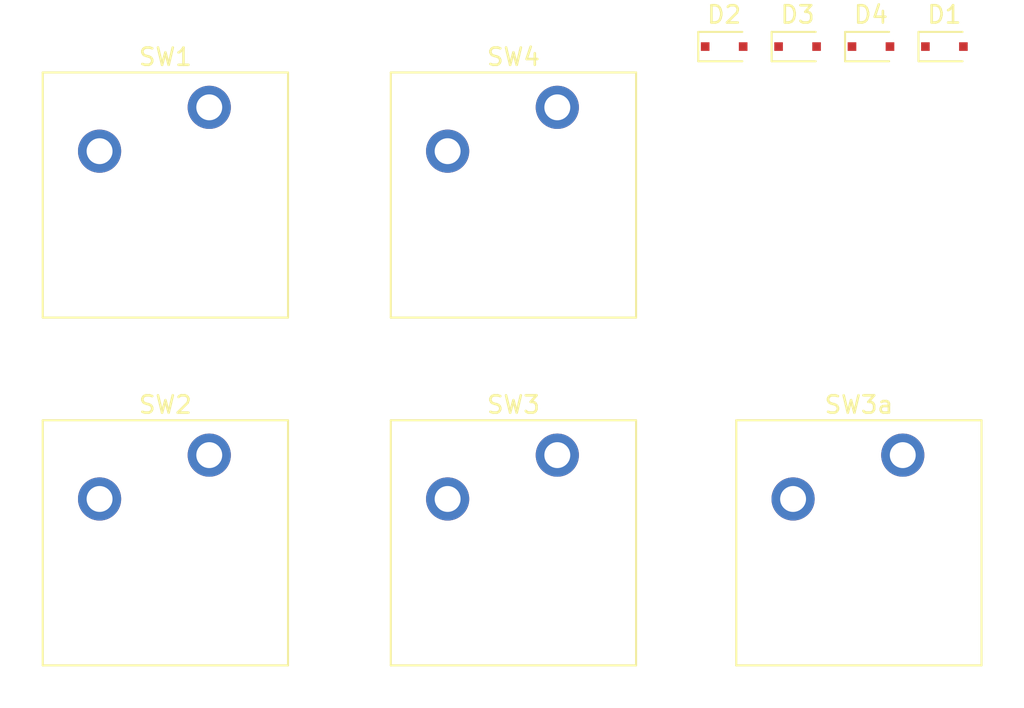
<source format=kicad_pcb>
(kicad_pcb (version 20211014) (generator pcbnew)
  (layers (0 "F.Cu" signal) (31 "B.Cu" signal) (34 "B.Paste" user) (35 "F.Paste" user) (36 "B.SilkS" user "B.Silkscreen") (37 "F.SilkS" user "F.Silkscreen") (38 "B.Mask" user) (39 "F.Mask" user) (44 "Edge.Cuts" user))
  (net 0 "")
  (net 1 "ROW0")
  (net 2 "N$1")
  (net 3 "N$2")
  (net 4 "ROW1")
  (net 5 "N$3")
  (net 6 "N$4")
  (net 7 "COL0")
  (net 8 "COL1")
  (footprint "Diode_SMD:D_SOD-323F" (layer "F.Cu") (at 45.1 -28.75)
    (fp_text reference "D1" (at 0 -1.85) (layer "F.SilkS"))
    (fp_text value "D")
    (fp_line (start -1.5 -0.85) (end -1.5 0.85) (layer "F.SilkS") (width 0.12))
    (fp_line (start -1.5 -0.85) (end 1.05 -0.85) (layer "F.SilkS") (width 0.12))
    (fp_line (start -1.5 0.85) (end 1.05 0.85) (layer "F.SilkS") (width 0.12))
    (pad "1" smd rect locked (at -1.1 0) (size 0.5 0.5) (layers "F.Cu" "F.Paste" "F.Mask") (net 1 "ROW0"))
    (pad "2" smd rect locked (at 1.1 0) (size 0.5 0.5) (layers "F.Cu" "F.Paste" "F.Mask") (net 2 "N$1"))
  )
  (footprint "Diode_SMD:D_SOD-323F" (layer "F.Cu") (at 32.35 -28.75)
    (fp_text reference "D2" (at 0 -1.85) (layer "F.SilkS"))
    (fp_text value "D")
    (fp_line (start -1.5 -0.85) (end 1.05 -0.85) (layer "F.SilkS") (width 0.12))
    (fp_line (start -1.5 0.85) (end 1.05 0.85) (layer "F.SilkS") (width 0.12))
    (fp_line (start -1.5 -0.85) (end -1.5 0.85) (layer "F.SilkS") (width 0.12))
    (pad "1" smd rect locked (at -1.1 0) (size 0.5 0.5) (layers "F.Cu" "F.Paste" "F.Mask") (net 1 "ROW0"))
    (pad "2" smd rect locked (at 1.1 0) (size 0.5 0.5) (layers "F.Cu" "F.Paste" "F.Mask") (net 3 "N$2"))
  )
  (footprint "Diode_SMD:D_SOD-323F" (layer "F.Cu") (at 36.6 -28.75)
    (fp_text reference "D3" (at 0 -1.85) (layer "F.SilkS"))
    (fp_text value "D")
    (fp_line (start -1.5 -0.85) (end 1.05 -0.85) (layer "F.SilkS") (width 0.12))
    (fp_line (start -1.5 -0.85) (end -1.5 0.85) (layer "F.SilkS") (width 0.12))
    (fp_line (start -1.5 0.85) (end 1.05 0.85) (layer "F.SilkS") (width 0.12))
    (pad "1" smd rect locked (at -1.1 0) (size 0.5 0.5) (layers "F.Cu" "F.Paste" "F.Mask") (net 4 "ROW1"))
    (pad "2" smd rect locked (at 1.1 0) (size 0.5 0.5) (layers "F.Cu" "F.Paste" "F.Mask") (net 5 "N$3"))
  )
  (footprint "Diode_SMD:D_SOD-323F" (layer "F.Cu") (at 40.85 -28.75)
    (fp_text reference "D4" (at 0 -1.85) (layer "F.SilkS"))
    (fp_text value "D")
    (fp_line (start -1.5 0.85) (end 1.05 0.85) (layer "F.SilkS") (width 0.12))
    (fp_line (start -1.5 -0.85) (end 1.05 -0.85) (layer "F.SilkS") (width 0.12))
    (fp_line (start -1.5 -0.85) (end -1.5 0.85) (layer "F.SilkS") (width 0.12))
    (pad "1" smd rect locked (at -1.1 0) (size 0.5 0.5) (layers "F.Cu" "F.Paste" "F.Mask") (net 4 "ROW1"))
    (pad "2" smd rect locked (at 1.1 0) (size 0.5 0.5) (layers "F.Cu" "F.Paste" "F.Mask") (net 6 "N$4"))
  )
  (footprint "examples:SW_Cherry_MX_PCB_1.00u" (layer "F.Cu") (at 0 -20.15)
    (fp_text reference "SW1" (at 0 -8) (layer "F.SilkS"))
    (fp_text value "SW_Push")
    (fp_line (start -7.1 -7.1) (end -7.1 7.1) (layer "F.SilkS") (width 0.12))
    (fp_line (start 7.1 7.1) (end 7.1 -7.1) (layer "F.SilkS") (width 0.12))
    (fp_line (start 7.1 -7.1) (end -7.1 -7.1) (layer "F.SilkS") (width 0.12))
    (fp_line (start -7.1 7.1) (end 7.1 7.1) (layer "F.SilkS") (width 0.12))
    (pad "" np_thru_hole circle locked (at 0 0) (size 4 4) (drill 4) (layers *.Cu *.Mask))
    (pad "" np_thru_hole circle locked (at -5.08 0) (size 1.75 1.75) (drill 1.75) (layers *.Cu *.Mask))
    (pad "" np_thru_hole circle locked (at 5.08 0) (size 1.75 1.75) (drill 1.75) (layers *.Cu *.Mask))
    (pad "1" thru_hole circle locked (at -3.81 -2.54) (size 2.5 2.5) (drill 1.5) (layers *.Cu "B.Mask") (net 7 "COL0"))
    (pad "2" thru_hole circle locked (at 2.54 -5.08) (size 2.5 2.5) (drill 1.5) (layers *.Cu "B.Mask") (net 2 "N$1"))
  )
  (footprint "examples:SW_Cherry_MX_PCB_1.00u" (layer "F.Cu") (at 0 0)
    (fp_text reference "SW2" (at 0 -8) (layer "F.SilkS"))
    (fp_text value "SW_Push")
    (fp_line (start -7.1 -7.1) (end -7.1 7.1) (layer "F.SilkS") (width 0.12))
    (fp_line (start 7.1 -7.1) (end -7.1 -7.1) (layer "F.SilkS") (width 0.12))
    (fp_line (start -7.1 7.1) (end 7.1 7.1) (layer "F.SilkS") (width 0.12))
    (fp_line (start 7.1 7.1) (end 7.1 -7.1) (layer "F.SilkS") (width 0.12))
    (pad "" np_thru_hole circle locked (at -5.08 0) (size 1.75 1.75) (drill 1.75) (layers *.Cu *.Mask))
    (pad "" np_thru_hole circle locked (at 5.08 0) (size 1.75 1.75) (drill 1.75) (layers *.Cu *.Mask))
    (pad "" np_thru_hole circle locked (at 0 0) (size 4 4) (drill 4) (layers *.Cu *.Mask))
    (pad "1" thru_hole circle locked (at -3.81 -2.54) (size 2.5 2.5) (drill 1.5) (layers *.Cu "B.Mask") (net 8 "COL1"))
    (pad "2" thru_hole circle locked (at 2.54 -5.08) (size 2.5 2.5) (drill 1.5) (layers *.Cu "B.Mask") (net 3 "N$2"))
  )
  (footprint "examples:SW_Cherry_MX_PCB_1.00u" (layer "F.Cu") (at 20.15 0)
    (fp_text reference "SW3" (at 0 -8) (layer "F.SilkS"))
    (fp_text value "SW_Push")
    (fp_line (start 7.1 7.1) (end 7.1 -7.1) (layer "F.SilkS") (width 0.12))
    (fp_line (start -7.1 -7.1) (end -7.1 7.1) (layer "F.SilkS") (width 0.12))
    (fp_line (start 7.1 -7.1) (end -7.1 -7.1) (layer "F.SilkS") (width 0.12))
    (fp_line (start -7.1 7.1) (end 7.1 7.1) (layer "F.SilkS") (width 0.12))
    (pad "" np_thru_hole circle locked (at 0 0) (size 4 4) (drill 4) (layers *.Cu *.Mask))
    (pad "" np_thru_hole circle locked (at -5.08 0) (size 1.75 1.75) (drill 1.75) (layers *.Cu *.Mask))
    (pad "" np_thru_hole circle locked (at 5.08 0) (size 1.75 1.75) (drill 1.75) (layers *.Cu *.Mask))
    (pad "1" thru_hole circle locked (at -3.81 -2.54) (size 2.5 2.5) (drill 1.5) (layers *.Cu "B.Mask") (net 7 "COL0"))
    (pad "2" thru_hole circle locked (at 2.54 -5.08) (size 2.5 2.5) (drill 1.5) (layers *.Cu "B.Mask") (net 5 "N$3"))
  )
  (footprint "examples:SW_Cherry_MX_PCB_1.00u" (layer "F.Cu") (at 20.15 -20.15)
    (fp_text reference "SW4" (at 0 -8) (layer "F.SilkS"))
    (fp_text value "SW_Push")
    (fp_line (start 7.1 -7.1) (end -7.1 -7.1) (layer "F.SilkS") (width 0.12))
    (fp_line (start 7.1 7.1) (end 7.1 -7.1) (layer "F.SilkS") (width 0.12))
    (fp_line (start -7.1 7.1) (end 7.1 7.1) (layer "F.SilkS") (width 0.12))
    (fp_line (start -7.1 -7.1) (end -7.1 7.1) (layer "F.SilkS") (width 0.12))
    (pad "" np_thru_hole circle locked (at -5.08 0) (size 1.75 1.75) (drill 1.75) (layers *.Cu *.Mask))
    (pad "" np_thru_hole circle locked (at 5.08 0) (size 1.75 1.75) (drill 1.75) (layers *.Cu *.Mask))
    (pad "" np_thru_hole circle locked (at 0 0) (size 4 4) (drill 4) (layers *.Cu *.Mask))
    (pad "1" thru_hole circle locked (at -3.81 -2.54) (size 2.5 2.5) (drill 1.5) (layers *.Cu "B.Mask") (net 8 "COL1"))
    (pad "2" thru_hole circle locked (at 2.54 -5.08) (size 2.5 2.5) (drill 1.5) (layers *.Cu "B.Mask") (net 6 "N$4"))
  )
  (footprint "examples:SW_Cherry_MX_PCB_1.00u" (layer "F.Cu") (at 40.15 0)
    (fp_text reference "SW3a" (at 0 -8) (layer "F.SilkS"))
    (fp_text value "SW_Push")
    (fp_line (start 7.1 7.1) (end 7.1 -7.1) (layer "F.SilkS") (width 0.12))
    (fp_line (start 7.1 -7.1) (end -7.1 -7.1) (layer "F.SilkS") (width 0.12))
    (fp_line (start -7.1 7.1) (end 7.1 7.1) (layer "F.SilkS") (width 0.12))
    (fp_line (start -7.1 -7.1) (end -7.1 7.1) (layer "F.SilkS") (width 0.12))
    (pad "" np_thru_hole circle locked (at -5.08 0) (size 1.75 1.75) (drill 1.75) (layers *.Cu *.Mask))
    (pad "" np_thru_hole circle locked (at 0 0) (size 4 4) (drill 4) (layers *.Cu *.Mask))
    (pad "" np_thru_hole circle locked (at 5.08 0) (size 1.75 1.75) (drill 1.75) (layers *.Cu *.Mask))
    (pad "1" thru_hole circle locked (at -3.81 -2.54) (size 2.5 2.5) (drill 1.5) (layers *.Cu "B.Mask") (net 7 "COL0"))
    (pad "2" thru_hole circle locked (at 2.54 -5.08) (size 2.5 2.5) (drill 1.5) (layers *.Cu "B.Mask") (net 5 "N$3"))
  )
)
</source>
